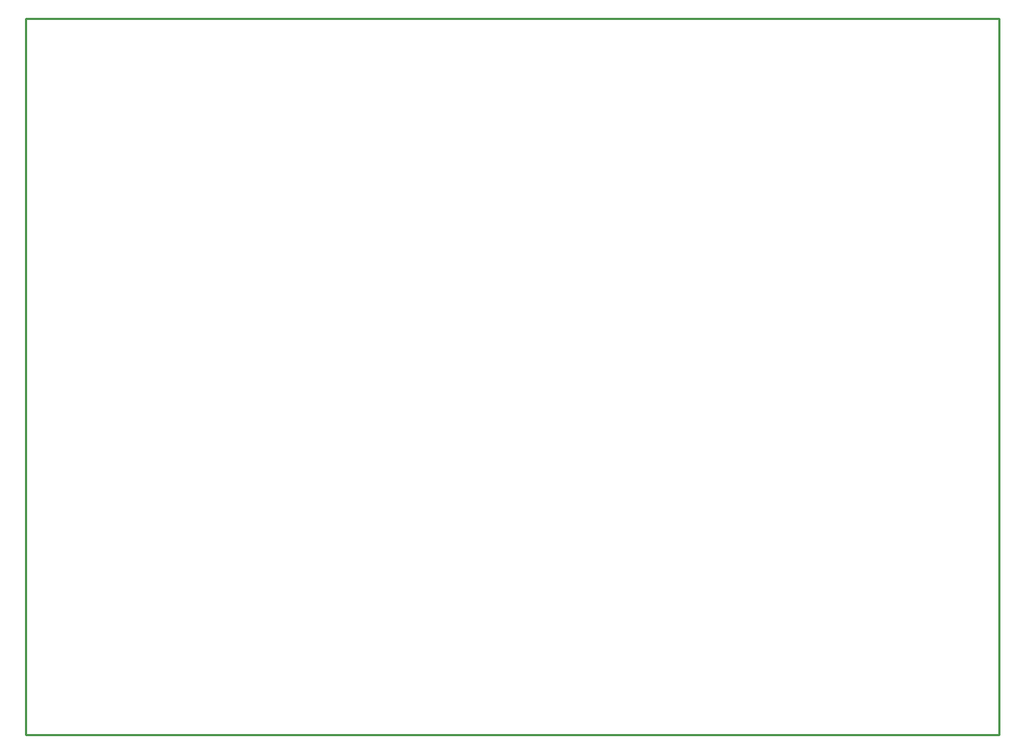
<source format=gko>
G04*
G04 #@! TF.GenerationSoftware,Altium Limited,Altium Designer,19.0.15 (446)*
G04*
G04 Layer_Color=16711935*
%FSLAX24Y24*%
%MOIN*%
G70*
G01*
G75*
%ADD10C,0.0100*%
D10*
X45472Y33465D02*
X45472Y0D01*
X0Y33465D02*
X45472D01*
X0Y0D02*
Y33465D01*
Y0D02*
X45472D01*
M02*

</source>
